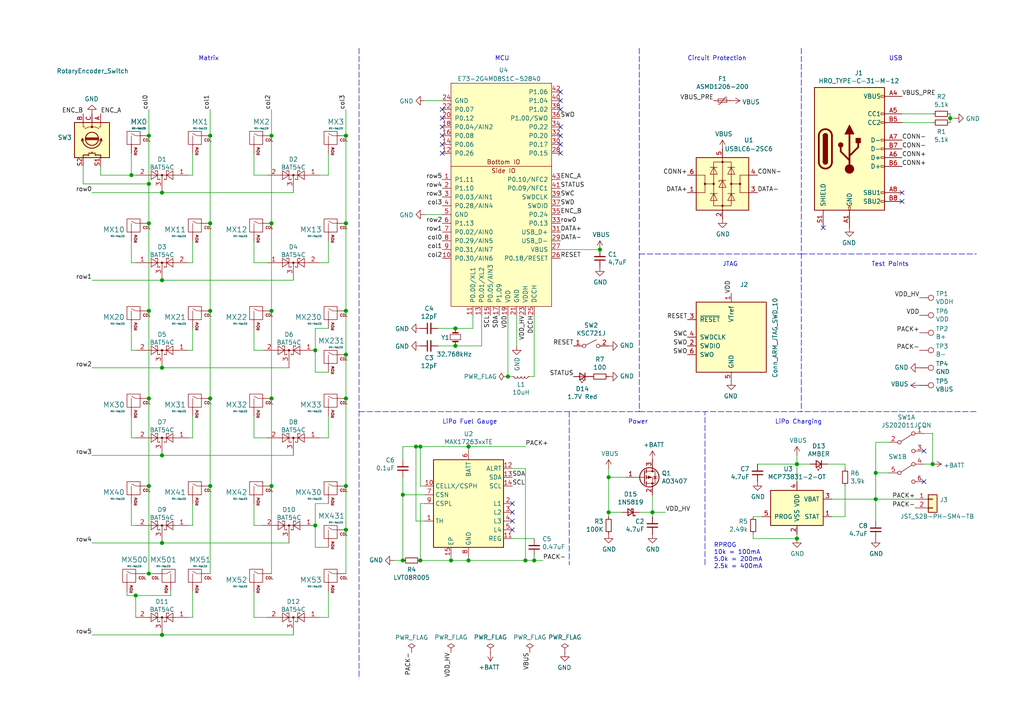
<source format=kicad_sch>
(kicad_sch (version 20210406) (generator eeschema)
  (paper "A4")
  (junction (at 38.1 50.8) (diameter 1.016))
  (junction (at 39.37 172.72) (diameter 1.016))
  (junction (at 43.18 39.37) (diameter 1.016))
  (junction (at 43.18 53.34) (diameter 1.016))
  (junction (at 43.18 64.77) (diameter 1.016))
  (junction (at 43.18 90.17) (diameter 1.016))
  (junction (at 43.18 115.57) (diameter 1.016))
  (junction (at 43.18 140.97) (diameter 1.016))
  (junction (at 43.18 166.37) (diameter 1.016))
  (junction (at 46.99 55.88) (diameter 1.016))
  (junction (at 46.99 81.28) (diameter 1.016))
  (junction (at 46.99 106.68) (diameter 1.016))
  (junction (at 46.99 132.08) (diameter 1.016))
  (junction (at 46.99 157.48) (diameter 1.016))
  (junction (at 46.99 184.15) (diameter 1.016))
  (junction (at 60.96 39.37) (diameter 1.016))
  (junction (at 60.96 64.77) (diameter 1.016))
  (junction (at 60.96 90.17) (diameter 1.016))
  (junction (at 60.96 115.57) (diameter 1.016))
  (junction (at 60.96 140.97) (diameter 1.016))
  (junction (at 78.74 39.37) (diameter 1.016))
  (junction (at 78.74 64.77) (diameter 1.016))
  (junction (at 78.74 90.17) (diameter 1.016))
  (junction (at 78.74 115.57) (diameter 1.016))
  (junction (at 78.74 140.97) (diameter 1.016))
  (junction (at 91.44 101.6) (diameter 1.016))
  (junction (at 91.44 152.4) (diameter 1.016))
  (junction (at 100.33 39.37) (diameter 1.016))
  (junction (at 100.33 64.77) (diameter 1.016))
  (junction (at 100.33 90.17) (diameter 1.016))
  (junction (at 100.33 102.87) (diameter 1.016))
  (junction (at 100.33 115.57) (diameter 1.016))
  (junction (at 100.33 140.97) (diameter 1.016))
  (junction (at 100.33 153.67) (diameter 1.016))
  (junction (at 116.84 143.51) (diameter 1.016))
  (junction (at 116.84 162.56) (diameter 1.016))
  (junction (at 120.65 129.54) (diameter 1.016))
  (junction (at 121.92 129.54) (diameter 1.016))
  (junction (at 121.92 162.56) (diameter 1.016))
  (junction (at 130.81 162.56) (diameter 1.016))
  (junction (at 132.08 95.25) (diameter 1.016))
  (junction (at 132.08 100.33) (diameter 1.016))
  (junction (at 135.89 129.54) (diameter 1.016))
  (junction (at 135.89 162.56) (diameter 1.016))
  (junction (at 147.32 109.22) (diameter 1.016))
  (junction (at 152.4 162.56) (diameter 1.016))
  (junction (at 154.94 162.56) (diameter 1.016))
  (junction (at 173.99 72.39) (diameter 1.016))
  (junction (at 176.53 138.43) (diameter 1.016))
  (junction (at 176.53 148.59) (diameter 1.016))
  (junction (at 189.23 148.59) (diameter 1.016))
  (junction (at 231.14 134.62) (diameter 1.016))
  (junction (at 231.14 156.21) (diameter 1.016))
  (junction (at 254 137.16) (diameter 1.016))
  (junction (at 254 144.78) (diameter 1.016))
  (junction (at 270.51 134.62) (diameter 1.016))
  (junction (at 275.59 34.29) (diameter 1.016))
  (no_connect (at 128.27 31.75))
  (no_connect (at 128.27 34.29))
  (no_connect (at 128.27 36.83))
  (no_connect (at 128.27 39.37))
  (no_connect (at 128.27 41.91))
  (no_connect (at 128.27 44.45))
  (no_connect (at 148.59 146.05))
  (no_connect (at 148.59 148.59))
  (no_connect (at 148.59 151.13))
  (no_connect (at 148.59 153.67))
  (no_connect (at 162.56 26.67))
  (no_connect (at 162.56 29.21))
  (no_connect (at 162.56 31.75))
  (no_connect (at 162.56 36.83))
  (no_connect (at 162.56 39.37))
  (no_connect (at 162.56 41.91))
  (no_connect (at 162.56 44.45))
  (no_connect (at 238.76 66.04))
  (no_connect (at 261.62 55.88))
  (no_connect (at 261.62 58.42))
  (no_connect (at 267.97 130.81))
  (no_connect (at 267.97 139.7))
  (wire (pts (xy 24.13 48.26) (xy 24.13 53.34)))
  (wire (pts (xy 24.13 53.34) (xy 43.18 53.34)))
  (wire (pts (xy 26.67 55.88) (xy 46.99 55.88)))
  (wire (pts (xy 26.67 81.28) (xy 46.99 81.28)))
  (wire (pts (xy 26.67 106.68) (xy 46.99 106.68)))
  (wire (pts (xy 26.67 132.08) (xy 46.99 132.08)))
  (wire (pts (xy 26.67 157.48) (xy 46.99 157.48)))
  (wire (pts (xy 26.67 184.15) (xy 46.99 184.15)))
  (wire (pts (xy 29.21 50.8) (xy 29.21 48.26)))
  (wire (pts (xy 29.21 50.8) (xy 38.1 50.8)))
  (wire (pts (xy 36.83 172.72) (xy 36.83 171.45)))
  (wire (pts (xy 38.1 44.45) (xy 38.1 50.8)))
  (wire (pts (xy 38.1 69.85) (xy 38.1 76.2)))
  (wire (pts (xy 38.1 95.25) (xy 38.1 101.6)))
  (wire (pts (xy 38.1 120.65) (xy 38.1 127)))
  (wire (pts (xy 38.1 127) (xy 39.37 127)))
  (wire (pts (xy 38.1 146.05) (xy 38.1 152.4)))
  (wire (pts (xy 39.37 50.8) (xy 38.1 50.8)))
  (wire (pts (xy 39.37 76.2) (xy 38.1 76.2)))
  (wire (pts (xy 39.37 101.6) (xy 38.1 101.6)))
  (wire (pts (xy 39.37 152.4) (xy 38.1 152.4)))
  (wire (pts (xy 39.37 172.72) (xy 36.83 172.72)))
  (wire (pts (xy 39.37 172.72) (xy 39.37 179.07)))
  (wire (pts (xy 41.91 166.37) (xy 43.18 166.37)))
  (wire (pts (xy 43.18 31.75) (xy 43.18 39.37)))
  (wire (pts (xy 43.18 39.37) (xy 43.18 53.34)))
  (wire (pts (xy 43.18 53.34) (xy 43.18 64.77)))
  (wire (pts (xy 43.18 64.77) (xy 43.18 90.17)))
  (wire (pts (xy 43.18 90.17) (xy 43.18 115.57)))
  (wire (pts (xy 43.18 115.57) (xy 43.18 140.97)))
  (wire (pts (xy 43.18 140.97) (xy 43.18 166.37)))
  (wire (pts (xy 43.18 166.37) (xy 44.45 166.37)))
  (wire (pts (xy 46.99 55.88) (xy 85.09 55.88)))
  (wire (pts (xy 46.99 81.28) (xy 85.09 81.28)))
  (wire (pts (xy 46.99 106.68) (xy 83.82 106.68)))
  (wire (pts (xy 46.99 132.08) (xy 85.09 132.08)))
  (wire (pts (xy 46.99 157.48) (xy 83.82 157.48)))
  (wire (pts (xy 46.99 184.15) (xy 85.09 184.15)))
  (wire (pts (xy 49.53 171.45) (xy 49.53 172.72)))
  (wire (pts (xy 49.53 172.72) (xy 39.37 172.72)))
  (wire (pts (xy 54.61 50.8) (xy 55.88 50.8)))
  (wire (pts (xy 54.61 76.2) (xy 55.88 76.2)))
  (wire (pts (xy 54.61 101.6) (xy 55.88 101.6)))
  (wire (pts (xy 54.61 127) (xy 55.88 127)))
  (wire (pts (xy 54.61 152.4) (xy 55.88 152.4)))
  (wire (pts (xy 54.61 179.07) (xy 55.88 179.07)))
  (wire (pts (xy 55.88 50.8) (xy 55.88 44.45)))
  (wire (pts (xy 55.88 69.85) (xy 55.88 76.2)))
  (wire (pts (xy 55.88 95.25) (xy 55.88 101.6)))
  (wire (pts (xy 55.88 120.65) (xy 55.88 127)))
  (wire (pts (xy 55.88 146.05) (xy 55.88 152.4)))
  (wire (pts (xy 55.88 171.45) (xy 55.88 179.07)))
  (wire (pts (xy 60.96 31.75) (xy 60.96 39.37)))
  (wire (pts (xy 60.96 39.37) (xy 60.96 64.77)))
  (wire (pts (xy 60.96 64.77) (xy 60.96 90.17)))
  (wire (pts (xy 60.96 90.17) (xy 60.96 115.57)))
  (wire (pts (xy 60.96 115.57) (xy 60.96 140.97)))
  (wire (pts (xy 60.96 140.97) (xy 60.96 166.37)))
  (wire (pts (xy 73.66 44.45) (xy 73.66 50.8)))
  (wire (pts (xy 73.66 50.8) (xy 77.47 50.8)))
  (wire (pts (xy 73.66 69.85) (xy 73.66 76.2)))
  (wire (pts (xy 73.66 76.2) (xy 77.47 76.2)))
  (wire (pts (xy 73.66 95.25) (xy 73.66 101.6)))
  (wire (pts (xy 73.66 101.6) (xy 76.2 101.6)))
  (wire (pts (xy 73.66 120.65) (xy 73.66 127)))
  (wire (pts (xy 73.66 127) (xy 77.47 127)))
  (wire (pts (xy 73.66 146.05) (xy 73.66 152.4)))
  (wire (pts (xy 73.66 152.4) (xy 76.2 152.4)))
  (wire (pts (xy 73.66 171.45) (xy 73.66 179.07)))
  (wire (pts (xy 73.66 179.07) (xy 77.47 179.07)))
  (wire (pts (xy 78.74 31.75) (xy 78.74 39.37)))
  (wire (pts (xy 78.74 39.37) (xy 78.74 64.77)))
  (wire (pts (xy 78.74 64.77) (xy 78.74 90.17)))
  (wire (pts (xy 78.74 90.17) (xy 78.74 115.57)))
  (wire (pts (xy 78.74 115.57) (xy 78.74 140.97)))
  (wire (pts (xy 78.74 140.97) (xy 78.74 166.37)))
  (wire (pts (xy 91.44 95.25) (xy 91.44 101.6)))
  (wire (pts (xy 91.44 95.25) (xy 95.25 95.25)))
  (wire (pts (xy 91.44 101.6) (xy 91.44 107.95)))
  (wire (pts (xy 91.44 107.95) (xy 95.25 107.95)))
  (wire (pts (xy 91.44 146.05) (xy 91.44 152.4)))
  (wire (pts (xy 91.44 146.05) (xy 95.25 146.05)))
  (wire (pts (xy 91.44 152.4) (xy 91.44 158.75)))
  (wire (pts (xy 91.44 158.75) (xy 95.25 158.75)))
  (wire (pts (xy 92.71 50.8) (xy 95.25 50.8)))
  (wire (pts (xy 92.71 76.2) (xy 95.25 76.2)))
  (wire (pts (xy 92.71 127) (xy 95.25 127)))
  (wire (pts (xy 92.71 179.07) (xy 95.25 179.07)))
  (wire (pts (xy 95.25 44.45) (xy 95.25 50.8)))
  (wire (pts (xy 95.25 69.85) (xy 95.25 76.2)))
  (wire (pts (xy 95.25 120.65) (xy 95.25 127)))
  (wire (pts (xy 95.25 171.45) (xy 95.25 179.07)))
  (wire (pts (xy 100.33 31.75) (xy 100.33 39.37)))
  (wire (pts (xy 100.33 64.77) (xy 100.33 39.37)))
  (wire (pts (xy 100.33 90.17) (xy 100.33 64.77)))
  (wire (pts (xy 100.33 90.17) (xy 100.33 102.87)))
  (wire (pts (xy 100.33 102.87) (xy 100.33 115.57)))
  (wire (pts (xy 100.33 140.97) (xy 100.33 115.57)))
  (wire (pts (xy 100.33 140.97) (xy 100.33 153.67)))
  (wire (pts (xy 100.33 153.67) (xy 100.33 166.37)))
  (wire (pts (xy 114.3 162.56) (xy 116.84 162.56)))
  (wire (pts (xy 116.84 129.54) (xy 116.84 133.35)))
  (wire (pts (xy 116.84 129.54) (xy 120.65 129.54)))
  (wire (pts (xy 116.84 138.43) (xy 116.84 143.51)))
  (wire (pts (xy 116.84 143.51) (xy 116.84 162.56)))
  (wire (pts (xy 120.65 129.54) (xy 121.92 129.54)))
  (wire (pts (xy 120.65 151.13) (xy 120.65 129.54)))
  (wire (pts (xy 121.92 129.54) (xy 135.89 129.54)))
  (wire (pts (xy 121.92 140.97) (xy 121.92 129.54)))
  (wire (pts (xy 121.92 146.05) (xy 121.92 162.56)))
  (wire (pts (xy 121.92 162.56) (xy 130.81 162.56)))
  (wire (pts (xy 123.19 29.21) (xy 128.27 29.21)))
  (wire (pts (xy 123.19 62.23) (xy 128.27 62.23)))
  (wire (pts (xy 123.19 140.97) (xy 121.92 140.97)))
  (wire (pts (xy 123.19 143.51) (xy 116.84 143.51)))
  (wire (pts (xy 123.19 146.05) (xy 121.92 146.05)))
  (wire (pts (xy 123.19 151.13) (xy 120.65 151.13)))
  (wire (pts (xy 127 95.25) (xy 132.08 95.25)))
  (wire (pts (xy 127 100.33) (xy 132.08 100.33)))
  (wire (pts (xy 130.81 161.29) (xy 130.81 162.56)))
  (wire (pts (xy 130.81 162.56) (xy 135.89 162.56)))
  (wire (pts (xy 132.08 100.33) (xy 139.7 100.33)))
  (wire (pts (xy 135.89 129.54) (xy 152.4 129.54)))
  (wire (pts (xy 135.89 130.81) (xy 135.89 129.54)))
  (wire (pts (xy 135.89 162.56) (xy 135.89 161.29)))
  (wire (pts (xy 135.89 162.56) (xy 152.4 162.56)))
  (wire (pts (xy 137.16 91.44) (xy 137.16 95.25)))
  (wire (pts (xy 137.16 95.25) (xy 132.08 95.25)))
  (wire (pts (xy 139.7 100.33) (xy 139.7 91.44)))
  (wire (pts (xy 147.32 91.44) (xy 147.32 109.22)))
  (wire (pts (xy 147.32 109.22) (xy 148.59 109.22)))
  (wire (pts (xy 148.59 135.89) (xy 152.4 135.89)))
  (wire (pts (xy 148.59 156.21) (xy 154.94 156.21)))
  (wire (pts (xy 149.86 91.44) (xy 149.86 100.33)))
  (wire (pts (xy 152.4 135.89) (xy 152.4 162.56)))
  (wire (pts (xy 152.4 162.56) (xy 154.94 162.56)))
  (wire (pts (xy 154.94 91.44) (xy 154.94 109.22)))
  (wire (pts (xy 154.94 109.22) (xy 153.67 109.22)))
  (wire (pts (xy 154.94 161.29) (xy 154.94 162.56)))
  (wire (pts (xy 154.94 162.56) (xy 157.48 162.56)))
  (wire (pts (xy 162.56 72.39) (xy 173.99 72.39)))
  (wire (pts (xy 176.53 135.89) (xy 176.53 138.43)))
  (wire (pts (xy 176.53 138.43) (xy 181.61 138.43)))
  (wire (pts (xy 176.53 148.59) (xy 176.53 138.43)))
  (wire (pts (xy 176.53 149.86) (xy 176.53 148.59)))
  (wire (pts (xy 180.34 148.59) (xy 176.53 148.59)))
  (wire (pts (xy 185.42 148.59) (xy 189.23 148.59)))
  (wire (pts (xy 189.23 143.51) (xy 189.23 148.59)))
  (wire (pts (xy 189.23 148.59) (xy 193.04 148.59)))
  (wire (pts (xy 189.23 149.86) (xy 189.23 148.59)))
  (wire (pts (xy 218.44 149.86) (xy 220.98 149.86)))
  (wire (pts (xy 218.44 154.94) (xy 218.44 156.21)))
  (wire (pts (xy 218.44 156.21) (xy 231.14 156.21)))
  (wire (pts (xy 219.71 134.62) (xy 231.14 134.62)))
  (wire (pts (xy 231.14 132.08) (xy 231.14 134.62)))
  (wire (pts (xy 231.14 134.62) (xy 231.14 139.7)))
  (wire (pts (xy 231.14 154.94) (xy 231.14 156.21)))
  (wire (pts (xy 234.95 134.62) (xy 231.14 134.62)))
  (wire (pts (xy 240.03 134.62) (xy 245.11 134.62)))
  (wire (pts (xy 241.3 144.78) (xy 254 144.78)))
  (wire (pts (xy 241.3 149.86) (xy 245.11 149.86)))
  (wire (pts (xy 245.11 135.89) (xy 245.11 134.62)))
  (wire (pts (xy 245.11 140.97) (xy 245.11 149.86)))
  (wire (pts (xy 254 128.27) (xy 254 137.16)))
  (wire (pts (xy 254 137.16) (xy 254 144.78)))
  (wire (pts (xy 254 137.16) (xy 257.81 137.16)))
  (wire (pts (xy 254 144.78) (xy 265.43 144.78)))
  (wire (pts (xy 254 151.13) (xy 254 144.78)))
  (wire (pts (xy 257.81 128.27) (xy 254 128.27)))
  (wire (pts (xy 261.62 35.56) (xy 270.51 35.56)))
  (wire (pts (xy 270.51 33.02) (xy 261.62 33.02)))
  (wire (pts (xy 270.51 125.73) (xy 267.97 125.73)))
  (wire (pts (xy 270.51 125.73) (xy 270.51 134.62)))
  (wire (pts (xy 270.51 134.62) (xy 267.97 134.62)))
  (wire (pts (xy 275.59 33.02) (xy 275.59 34.29)))
  (wire (pts (xy 275.59 34.29) (xy 275.59 35.56)))
  (wire (pts (xy 276.86 34.29) (xy 275.59 34.29)))
  (polyline (pts (xy 104.14 13.97) (xy 104.14 196.85)) (stroke (width 0) (type dash)))
  (polyline (pts (xy 104.14 119.38) (xy 185.42 119.38)) (stroke (width 0) (type dash)))
  (polyline (pts (xy 165.1 119.38) (xy 165.1 163.83)) (stroke (width 0) (type dash)))
  (polyline (pts (xy 185.42 13.97) (xy 185.42 119.38)) (stroke (width 0) (type dash)))
  (polyline (pts (xy 185.42 73.66) (xy 232.41 73.66)) (stroke (width 0) (type dash)))
  (polyline (pts (xy 185.42 119.38) (xy 283.21 119.38)) (stroke (width 0) (type dash)))
  (polyline (pts (xy 204.47 163.83) (xy 204.47 119.38)) (stroke (width 0) (type dash)))
  (polyline (pts (xy 232.41 13.97) (xy 232.41 119.38)) (stroke (width 0) (type dash)))
  (polyline (pts (xy 232.41 73.66) (xy 283.21 73.66)) (stroke (width 0) (type dash)))
  (text "Matrix" (at 63.5 17.78 180) (effects (font (size 1.27 1.27)) (justify right bottom)))
  (text "LiPo Fuel Gauge" (at 128.27 123.19 0) (effects (font (size 1.27 1.27)) (justify left bottom)))
  (text "MCU" (at 143.51 17.78 0) (effects (font (size 1.27 1.27)) (justify left bottom)))
  (text "Power" (at 187.96 123.19 180) (effects (font (size 1.27 1.27)) (justify right bottom)))
  (text "Circuit Protection" (at 199.39 17.78 0) (effects (font (size 1.27 1.27)) (justify left bottom)))
  (text "RPROG\n10k = 100mA\n5.0k = 200mA\n2.5k = 400mA\n" (at 207.01 165.1 0) (effects (font (size 1.27 1.27)) (justify left bottom)))
  (text "JTAG" (at 209.55 77.47 0) (effects (font (size 1.27 1.27)) (justify left bottom)))
  (text "LiPo Charging" (at 224.79 123.19 0) (effects (font (size 1.27 1.27)) (justify left bottom)))
  (text "Test Points" (at 252.73 77.47 0) (effects (font (size 1.27 1.27)) (justify left bottom)))
  (text "USB" (at 257.81 17.78 0) (effects (font (size 1.27 1.27)) (justify left bottom)))
  (label "ENC_B" (at 24.13 33.02 180))
  (label "row0" (at 26.67 55.88 180))
  (label "row1" (at 26.67 81.28 180))
  (label "row2" (at 26.67 106.68 180))
  (label "row3" (at 26.67 132.08 180))
  (label "row4" (at 26.67 157.48 180))
  (label "row5" (at 26.67 184.15 180))
  (label "ENC_A" (at 29.21 33.02 0))
  (label "col0" (at 43.18 31.75 90))
  (label "col1" (at 60.96 31.75 90))
  (label "col2" (at 78.74 31.75 90))
  (label "col3" (at 100.33 31.75 90))
  (label "PACK-" (at 119.38 189.23 270))
  (label "row5" (at 128.27 52.07 180))
  (label "row4" (at 128.27 54.61 180))
  (label "row3" (at 128.27 57.15 180))
  (label "col3" (at 128.27 59.69 180))
  (label "row2" (at 128.27 64.77 180))
  (label "row1" (at 128.27 67.31 180))
  (label "col0" (at 128.27 69.85 180))
  (label "col1" (at 128.27 72.39 180))
  (label "col2" (at 128.27 74.93 180))
  (label "VDD_HV" (at 130.81 189.23 270))
  (label "SCL" (at 142.24 91.44 270))
  (label "SDA" (at 144.78 91.44 270))
  (label "VDD" (at 147.32 91.44 270))
  (label "SDA" (at 148.59 138.43 0))
  (label "SCL" (at 148.59 140.97 0))
  (label "VDD_HV" (at 152.4 91.44 270))
  (label "PACK+" (at 152.4 129.54 0))
  (label "VBUS" (at 153.67 189.23 270))
  (label "DCCH" (at 154.94 91.44 270))
  (label "PACK-" (at 157.48 162.56 0))
  (label "SWO" (at 162.56 34.29 0))
  (label "ENC_A" (at 162.56 52.07 0))
  (label "STATUS" (at 162.56 54.61 0))
  (label "SWC" (at 162.56 57.15 0))
  (label "SWD" (at 162.56 59.69 0))
  (label "ENC_B" (at 162.56 62.23 0))
  (label "row0" (at 162.56 64.77 0))
  (label "DATA+" (at 162.56 67.31 0))
  (label "DATA-" (at 162.56 69.85 0))
  (label "RESET" (at 162.56 74.93 0))
  (label "RESET" (at 166.37 100.33 180))
  (label "STATUS" (at 166.37 109.22 180))
  (label "VDD_HV" (at 193.04 148.59 0))
  (label "CONN+" (at 199.39 50.8 180))
  (label "DATA+" (at 199.39 55.88 180))
  (label "RESET" (at 199.39 92.71 180))
  (label "SWC" (at 199.39 97.79 180))
  (label "SWD" (at 199.39 100.33 180))
  (label "SWO" (at 199.39 102.87 180))
  (label "VBUS_PRE" (at 207.01 29.21 180))
  (label "VDD" (at 212.09 85.09 90))
  (label "CONN-" (at 219.71 50.8 0))
  (label "DATA-" (at 219.71 55.88 0))
  (label "VBUS_PRE" (at 261.62 27.94 0))
  (label "CONN-" (at 261.62 40.64 0))
  (label "CONN-" (at 261.62 43.18 0))
  (label "CONN+" (at 261.62 45.72 0))
  (label "CONN+" (at 261.62 48.26 0))
  (label "PACK+" (at 265.43 144.78 180))
  (label "PACK-" (at 265.43 147.32 180))
  (label "VDD_HV" (at 266.7 86.36 180))
  (label "VDD" (at 266.7 91.44 180))
  (label "PACK+" (at 266.7 96.52 180))
  (label "PACK-" (at 266.7 101.6 180))
  (symbol (lib_id "power:+BATT") (at 142.24 189.23 180) (unit 1)
    (property "Reference" "#PWR0124" (effects hide))
    (property "Value" "+BATT" (at 141.8717 193.5544 0))
  )
  (symbol (lib_id "power:VBUS") (at 173.99 72.39 0) (unit 1)
    (property "Reference" "#PWR0112" (effects hide))
    (property "Value" "VBUS" (at 174.3583 68.0656 0))
  )
  (symbol (lib_id "power:VBUS") (at 176.53 135.89 0) (unit 1)
    (property "Reference" "#PWR0118" (effects hide))
    (property "Value" "VBUS" (at 176.8983 131.5656 0))
  )
  (symbol (lib_id "power:+BATT") (at 189.23 133.35 0) (unit 1)
    (property "Reference" "#PWR0122" (effects hide))
    (property "Value" "+BATT" (at 189.5983 129.0256 0))
  )
  (symbol (lib_id "power:VBUS") (at 209.55 43.18 0) (unit 1)
    (property "Reference" "#PWR0120" (effects hide))
    (property "Value" "VBUS" (at 209.9183 38.8556 0))
  )
  (symbol (lib_id "power:VBUS") (at 212.09 29.21 270) (unit 1)
    (property "Reference" "#PWR0116" (effects hide))
    (property "Value" "VBUS" (at 215.2651 29.5783 90) (effects (justify left)))
  )
  (symbol (lib_id "power:VBUS") (at 231.14 132.08 0) (unit 1)
    (property "Reference" "#PWR0119" (effects hide))
    (property "Value" "VBUS" (at 231.5083 127.7556 0))
  )
  (symbol (lib_id "power:VBUS") (at 266.7 111.76 90) (unit 1)
    (property "Reference" "#PWR0125" (effects hide))
    (property "Value" "VBUS" (at 263.5249 111.3917 90) (effects (justify left)))
  )
  (symbol (lib_id "power:+BATT") (at 270.51 134.62 270) (unit 1)
    (property "Reference" "#PWR0121" (effects hide))
    (property "Value" "+BATT" (at 273.6851 134.9883 90) (effects (justify left)))
  )
  (symbol (lib_id "Device:L_Small") (at 151.13 109.22 270) (unit 1)
    (property "Reference" "L1" (at 151.13 111.5124 90))
    (property "Value" "10uH" (at 151.13 113.8111 90))
    (property "Footprint" "Inductor_SMD:L_0603_1608Metric_Pad1.05x0.95mm_HandSolder" (effects hide))
    (property "Specification" "Chip inductor, IDC, min = 80 mA, +/-20%" (effects hide))
  )
  (symbol (lib_id "power:PWR_FLAG") (at 119.38 189.23 0) (unit 1)
    (property "Reference" "#FLG0104" (effects hide))
    (property "Value" "PWR_FLAG" (at 119.38 184.9056 0))
  )
  (symbol (lib_id "power:PWR_FLAG") (at 130.81 189.23 0) (mirror y) (unit 1)
    (property "Reference" "#FLG01" (effects hide))
    (property "Value" "PWR_FLAG" (at 130.81 184.8358 0))
  )
  (symbol (lib_id "power:PWR_FLAG") (at 142.24 189.23 0) (mirror y) (unit 1)
    (property "Reference" "#FLG0102" (effects hide))
    (property "Value" "PWR_FLAG" (at 142.24 184.8358 0))
  )
  (symbol (lib_id "power:PWR_FLAG") (at 147.32 109.22 90) (unit 1)
    (property "Reference" "#FLG0103" (effects hide))
    (property "Value" "PWR_FLAG" (at 144.145 109.22 90) (effects (justify left)))
  )
  (symbol (lib_id "power:PWR_FLAG") (at 153.67 189.23 0) (mirror y) (unit 1)
    (property "Reference" "#FLG02" (effects hide))
    (property "Value" "PWR_FLAG" (at 153.67 184.8358 0))
  )
  (symbol (lib_id "power:PWR_FLAG") (at 163.83 189.23 0) (mirror y) (unit 1)
    (property "Reference" "#FLG0105" (effects hide))
    (property "Value" "PWR_FLAG" (at 163.83 184.8358 0))
  )
  (symbol (lib_id "Connector:TestPoint") (at 266.7 86.36 270) (unit 1)
    (property "Reference" "TP1" (at 271.3991 85.2106 90) (effects (justify left)))
    (property "Value" "VDDH" (at 271.399 87.509 90) (effects (justify left)))
    (property "Footprint" "TestPoint:TestPoint_Pad_D1.5mm" (effects hide))
  )
  (symbol (lib_id "Connector:TestPoint") (at 266.7 91.44 270) (unit 1)
    (property "Reference" "TP6" (at 271.3991 90.2906 90) (effects (justify left)))
    (property "Value" "VDD" (at 271.399 92.589 90) (effects (justify left)))
    (property "Footprint" "TestPoint:TestPoint_Pad_D1.5mm" (effects hide))
  )
  (symbol (lib_id "Connector:TestPoint") (at 266.7 96.52 270) (unit 1)
    (property "Reference" "TP2" (at 271.3991 95.3706 90) (effects (justify left)))
    (property "Value" "B+" (at 271.399 97.669 90) (effects (justify left)))
    (property "Footprint" "TestPoint:TestPoint_Pad_D1.5mm" (effects hide))
  )
  (symbol (lib_id "Connector:TestPoint") (at 266.7 101.6 270) (unit 1)
    (property "Reference" "TP3" (at 271.3991 100.4506 90) (effects (justify left)))
    (property "Value" "B-" (at 271.399 102.749 90) (effects (justify left)))
    (property "Footprint" "TestPoint:TestPoint_Pad_D1.5mm" (effects hide))
  )
  (symbol (lib_id "Connector:TestPoint") (at 266.7 106.68 270) (unit 1)
    (property "Reference" "TP4" (at 271.3991 105.5306 90) (effects (justify left)))
    (property "Value" "GND" (at 271.399 107.829 90) (effects (justify left)))
    (property "Footprint" "TestPoint:TestPoint_Pad_D1.5mm" (effects hide))
  )
  (symbol (lib_id "Connector:TestPoint") (at 266.7 111.76 270) (unit 1)
    (property "Reference" "TP5" (at 271.3991 110.6106 90) (effects (justify left)))
    (property "Value" "VBUS" (at 271.399 112.909 90) (effects (justify left)))
    (property "Footprint" "TestPoint:TestPoint_Pad_D1.5mm" (effects hide))
  )
  (symbol (lib_id "power:GND") (at 26.67 33.02 180) (unit 1)
    (property "Reference" "#PWR02" (effects hide))
    (property "Value" "GND" (at 26.5557 28.6956 0))
  )
  (symbol (lib_id "power:GND") (at 114.3 162.56 270) (mirror x) (unit 1)
    (property "Reference" "#PWR0115" (effects hide))
    (property "Value" "GND" (at 111.1249 162.4457 90) (effects (justify right)))
  )
  (symbol (lib_id "power:GND") (at 121.92 95.25 270) (unit 1)
    (property "Reference" "#PWR08" (effects hide))
    (property "Value" "GND" (at 118.6688 95.377 90) (effects (justify right)))
  )
  (symbol (lib_id "power:GND") (at 121.92 100.33 270) (unit 1)
    (property "Reference" "#PWR09" (effects hide))
    (property "Value" "GND" (at 118.6688 100.457 90) (effects (justify right)))
  )
  (symbol (lib_id "power:GND") (at 123.19 29.21 270) (unit 1)
    (property "Reference" "#PWR0102" (effects hide))
    (property "Value" "GND" (at 119.9388 29.337 90) (effects (justify right)))
  )
  (symbol (lib_id "power:GND") (at 123.19 62.23 270) (unit 1)
    (property "Reference" "#PWR0103" (effects hide))
    (property "Value" "GND" (at 119.9388 62.357 90) (effects (justify right)))
  )
  (symbol (lib_id "power:GND") (at 149.86 100.33 0) (unit 1)
    (property "Reference" "#PWR0101" (effects hide))
    (property "Value" "GND" (at 149.987 103.5812 90) (effects (justify right)))
  )
  (symbol (lib_id "power:GND") (at 163.83 189.23 0) (mirror y) (unit 1)
    (property "Reference" "#PWR0123" (effects hide))
    (property "Value" "GND" (at 163.703 193.6242 0))
  )
  (symbol (lib_id "power:GND") (at 173.99 77.47 0) (unit 1)
    (property "Reference" "#PWR0107" (effects hide))
    (property "Value" "GND" (at 174.117 81.8642 0))
  )
  (symbol (lib_id "power:GND") (at 176.53 100.33 90) (unit 1)
    (property "Reference" "#PWR010" (effects hide))
    (property "Value" "GND" (at 179.7812 100.203 90) (effects (justify right)))
  )
  (symbol (lib_id "power:GND") (at 176.53 109.22 90) (unit 1)
    (property "Reference" "#PWR0105" (effects hide))
    (property "Value" "GND" (at 179.7812 109.093 90) (effects (justify right)))
  )
  (symbol (lib_id "power:GND") (at 176.53 154.94 0) (unit 1)
    (property "Reference" "#PWR0111" (effects hide))
    (property "Value" "GND" (at 176.657 159.3342 0))
  )
  (symbol (lib_id "power:GND") (at 189.23 154.94 0) (unit 1)
    (property "Reference" "#PWR01" (effects hide))
    (property "Value" "GND" (at 189.357 159.3342 0))
  )
  (symbol (lib_id "power:GND") (at 209.55 63.5 0) (unit 1)
    (property "Reference" "#PWR0114" (effects hide))
    (property "Value" "GND" (at 209.677 67.8942 0))
  )
  (symbol (lib_id "power:GND") (at 212.09 110.49 0) (mirror y) (unit 1)
    (property "Reference" "#PWR0106" (effects hide))
    (property "Value" "GND" (at 211.963 114.8842 0))
  )
  (symbol (lib_id "power:GND") (at 219.71 139.7 0) (unit 1)
    (property "Reference" "#PWR0117" (effects hide))
    (property "Value" "GND" (at 219.837 144.0942 0))
  )
  (symbol (lib_id "power:GND") (at 231.14 156.21 0) (unit 1)
    (property "Reference" "#PWR0108" (effects hide))
    (property "Value" "GND" (at 231.267 160.6042 0))
  )
  (symbol (lib_id "power:GND") (at 246.38 66.04 0) (mirror y) (unit 1)
    (property "Reference" "#PWR0104" (effects hide))
    (property "Value" "GND" (at 246.253 70.4342 0))
  )
  (symbol (lib_id "power:GND") (at 254 156.21 0) (unit 1)
    (property "Reference" "#PWR0109" (effects hide))
    (property "Value" "GND" (at 254.127 160.6042 0))
  )
  (symbol (lib_id "power:GND") (at 266.7 106.68 270) (mirror x) (unit 1)
    (property "Reference" "#PWR0126" (effects hide))
    (property "Value" "GND" (at 263.525 106.5657 90) (effects (justify right)))
  )
  (symbol (lib_id "power:GND") (at 276.86 34.29 90) (mirror x) (unit 1)
    (property "Reference" "#PWR0113" (effects hide))
    (property "Value" "GND" (at 280.1112 34.417 90) (effects (justify right)))
  )
  (symbol (lib_id "Device:R_Small") (at 119.38 162.56 270) (unit 1)
    (property "Reference" "R4" (at 119.38 165.208 90))
    (property "Value" "LVT08R005" (at 119.38 167.5067 90))
    (property "Footprint" "numpad:LVT08Rxxx0xER" (effects hide))
    (property "Datasheet" "https://www.mouser.com/datasheet/2/303/res_lvt-1381818.pdf" (effects hide))
  )
  (symbol (lib_id "Device:R_Small") (at 173.99 109.22 270) (mirror x) (unit 1)
    (property "Reference" "R7" (at 173.99 104.242 90))
    (property "Value" "100" (at 173.99 106.553 90))
    (property "Footprint" "Resistor_SMD:R_0603_1608Metric_Pad0.98x0.95mm_HandSolder" (effects hide))
  )
  (symbol (lib_id "Device:R_Small") (at 176.53 152.4 0) (mirror y) (unit 1)
    (property "Reference" "R3" (at 175.0568 151.2316 0) (effects (justify left)))
    (property "Value" "100K" (at 175.0568 153.543 0) (effects (justify left)))
    (property "Footprint" "Resistor_SMD:R_0603_1608Metric_Pad0.98x0.95mm_HandSolder" (effects hide))
  )
  (symbol (lib_id "Device:R_Small") (at 218.44 152.4 0) (mirror y) (unit 1)
    (property "Reference" "R5" (at 216.9414 151.2316 0) (effects (justify left)))
    (property "Value" "2.49k" (at 216.941 153.543 0) (effects (justify left)))
    (property "Footprint" "Resistor_SMD:R_0603_1608Metric_Pad0.98x0.95mm_HandSolder" (effects hide))
  )
  (symbol (lib_id "Device:R_Small") (at 245.11 138.43 0) (mirror y) (unit 1)
    (property "Reference" "R6" (at 246.609 137.262 0) (effects (justify right)))
    (property "Value" "3.9k" (at 246.609 139.573 0) (effects (justify right)))
    (property "Footprint" "Resistor_SMD:R_0603_1608Metric_Pad0.98x0.95mm_HandSolder" (effects hide))
  )
  (symbol (lib_id "Device:R_Small") (at 273.05 33.02 270) (unit 1)
    (property "Reference" "R2" (at 273.05 28.042 90))
    (property "Value" "5.1k" (at 273.05 30.353 90))
    (property "Footprint" "Resistor_SMD:R_0603_1608Metric_Pad0.98x0.95mm_HandSolder" (effects hide))
  )
  (symbol (lib_id "Device:R_Small") (at 273.05 35.56 90) (unit 1)
    (property "Reference" "R1" (at 273.05 38.202 90))
    (property "Value" "5.1k" (at 273.05 40.513 90))
    (property "Footprint" "Resistor_SMD:R_0603_1608Metric_Pad0.98x0.95mm_HandSolder" (effects hide))
  )
  (symbol (lib_id "Device:Polyfuse_Small") (at 209.55 29.21 270) (unit 1)
    (property "Reference" "F1" (at 209.55 22.8408 90))
    (property "Value" "ASMD1206-200" (at 209.55 25.1395 90))
    (property "Footprint" "Fuse:Fuse_0805_2012Metric_Pad1.15x1.40mm_HandSolder" (effects hide))
  )
  (symbol (lib_id "Device:D_Schottky_Small") (at 182.88 148.59 180) (unit 1)
    (property "Reference" "D15" (at 182.88 143.332 0))
    (property "Value" "1N5819" (at 182.88 145.6436 0))
    (property "Footprint" "Diode_SMD:D_SOD-323_HandSoldering" (effects hide))
  )
  (symbol (lib_id "Device:LED_Small") (at 168.91 109.22 180) (unit 1)
    (property "Reference" "D14" (at 168.91 112.782 0))
    (property "Value" "1.7V Red" (at 168.91 115.0811 0))
    (property "Footprint" "LED_SMD:LED_0603_1608Metric" (effects hide))
  )
  (symbol (lib_id "Device:LED_Small") (at 237.49 134.62 180) (unit 1)
    (property "Reference" "D13" (at 237.49 129.362 0))
    (property "Value" "AMBER" (at 237.49 131.6736 0))
    (property "Footprint" "LED_SMD:LED_0603_1608Metric" (effects hide))
  )
  (symbol (lib_id "Device:Crystal_Small") (at 132.08 97.79 90) (unit 1)
    (property "Reference" "Y1" (at 127.8891 97.9106 90) (effects (justify right)))
    (property "Value" "32.768kHz" (at 126.6191 102.7493 90) (effects (justify right)))
    (property "Footprint" "Crystal:Crystal_SMD_3215-2Pin_3.2x1.5mm" (effects hide))
    (property "Specification" "Cl=9 pF, total tol: +/-50 ppm" (effects hide))
  )
  (symbol (lib_id "Device:C_Small") (at 116.84 135.89 0) (mirror x) (unit 1)
    (property "Reference" "C6" (at 114.5286 133.4516 0) (effects (justify right)))
    (property "Value" "0.1uF" (at 114.529 135.763 0) (effects (justify right)))
    (property "Footprint" "Capacitor_SMD:C_0603_1608Metric_Pad1.08x0.95mm_HandSolder" (effects hide))
  )
  (symbol (lib_id "Device:C_Small") (at 124.46 95.25 90) (mirror x) (unit 1)
    (property "Reference" "C4" (at 124.46 89.4777 90))
    (property "Value" "12pF" (at 124.46 91.7764 90))
    (property "Footprint" "Capacitor_SMD:C_0603_1608Metric_Pad1.08x0.95mm_HandSolder" (effects hide))
  )
  (symbol (lib_id "Device:C_Small") (at 124.46 100.33 90) (mirror x) (unit 1)
    (property "Reference" "C3" (at 124.46 103.803 90))
    (property "Value" "12pF" (at 124.46 106.1022 90))
    (property "Footprint" "Capacitor_SMD:C_0603_1608Metric_Pad1.08x0.95mm_HandSolder" (effects hide))
  )
  (symbol (lib_id "Device:C_Small") (at 154.94 158.75 180) (unit 1)
    (property "Reference" "C5" (at 157.251 156.312 0) (effects (justify right)))
    (property "Value" "0.47uF" (at 157.251 158.623 0) (effects (justify right)))
    (property "Footprint" "Capacitor_SMD:C_0603_1608Metric_Pad1.08x0.95mm_HandSolder" (effects hide))
  )
  (symbol (lib_id "Device:C_Small") (at 173.99 74.93 0) (mirror x) (unit 1)
    (property "Reference" "C1" (at 176.314 73.781 0) (effects (justify left)))
    (property "Value" "4.7uF" (at 176.3142 76.0793 0) (effects (justify left)))
    (property "Footprint" "Capacitor_SMD:C_0603_1608Metric_Pad1.08x0.95mm_HandSolder" (effects hide))
  )
  (symbol (lib_id "Device:C_Small") (at 189.23 152.4 0) (mirror x) (unit 1)
    (property "Reference" "C2" (at 186.919 151.232 0) (effects (justify right)))
    (property "Value" "4.7uF" (at 186.9186 153.543 0) (effects (justify right)))
    (property "Footprint" "Capacitor_SMD:C_0603_1608Metric_Pad1.08x0.95mm_HandSolder" (effects hide))
  )
  (symbol (lib_id "Device:C_Small") (at 219.71 137.16 0) (mirror x) (unit 1)
    (property "Reference" "C7" (at 217.386 136.011 0) (effects (justify right)))
    (property "Value" "4.7uF" (at 217.3858 138.3093 0) (effects (justify right)))
    (property "Footprint" "Capacitor_SMD:C_0603_1608Metric_Pad1.08x0.95mm_HandSolder" (effects hide))
  )
  (symbol (lib_id "Device:C_Small") (at 254 153.67 0) (mirror x) (unit 1)
    (property "Reference" "C8" (at 251.689 152.502 0) (effects (justify right)))
    (property "Value" "4.7uF" (at 251.6886 154.813 0) (effects (justify right)))
    (property "Footprint" "Capacitor_SMD:C_0603_1608Metric_Pad1.08x0.95mm_HandSolder" (effects hide))
  )
  (symbol (lib_id "Switch:SW_SPST") (at 171.45 100.33 0) (unit 1)
    (property "Reference" "SW2" (at 171.45 94.361 0))
    (property "Value" "KSC721J" (at 171.45 96.672 0))
    (property "Footprint" "numpad:SW_Push_1P1T_NO_CK_KSC7xxJ" (effects hide))
  )
  (symbol (lib_id "Connector_Generic:Conn_01x02") (at 270.51 144.78 0) (unit 1)
    (property "Reference" "J3" (at 272.5421 144.9514 0) (effects (justify left)))
    (property "Value" "JST_S2B-PH-SM4-TB" (at 261.1121 149.7901 0) (effects (justify left)))
    (property "Footprint" "numpad:JST_PH_S2B-PH-SM4-TB_1x02-1MP_P2.00mm_Horizontal" (effects hide))
  )
  (symbol (lib_id "MX_Alps_Hybrid:MX-NoLED") (at 38.1 167.64 0) (unit 1)
    (property "Reference" "MX500" (at 38.9855 162.3501 0) (effects (font (size 1.524 1.524))))
    (property "Value" "MX-NoLED" (at 38.9855 164.2398 0) (effects (font (size 0.508 0.508))))
    (property "Footprint" "numpad:MXOnly-1U-2U-Left" (effects hide))
  )
  (symbol (lib_id "MX_Alps_Hybrid:MX-NoLED") (at 39.37 40.64 0) (unit 1)
    (property "Reference" "MX0" (at 40.2555 35.3501 0) (effects (font (size 1.524 1.524))))
    (property "Value" "MX-NoLED" (at 40.2555 37.2398 0) (effects (font (size 0.508 0.508))))
    (property "Footprint" "MX_Only:MXOnly-1U-NoLED" (effects hide))
  )
  (symbol (lib_id "MX_Alps_Hybrid:MX-NoLED") (at 39.37 66.04 0) (unit 1)
    (property "Reference" "MX10" (at 36.1949 66.6051 0) (effects (font (size 1.524 1.524)) (justify right)))
    (property "Value" "MX-NoLED" (at 36.1949 68.4948 0) (effects (font (size 0.508 0.508)) (justify right)))
    (property "Footprint" "MX_Only:MXOnly-1U-NoLED" (effects hide))
  )
  (symbol (lib_id "MX_Alps_Hybrid:MX-NoLED") (at 39.37 91.44 0) (unit 1)
    (property "Reference" "MX20" (at 36.1949 92.0051 0) (effects (font (size 1.524 1.524)) (justify right)))
    (property "Value" "MX-NoLED" (at 36.1949 93.8948 0) (effects (font (size 0.508 0.508)) (justify right)))
    (property "Footprint" "MX_Only:MXOnly-1U-NoLED" (effects hide))
  )
  (symbol (lib_id "MX_Alps_Hybrid:MX-NoLED") (at 39.37 116.84 0) (unit 1)
    (property "Reference" "MX30" (at 36.1949 117.4051 0) (effects (font (size 1.524 1.524)) (justify right)))
    (property "Value" "MX-NoLED" (at 36.1949 119.2948 0) (effects (font (size 0.508 0.508)) (justify right)))
    (property "Footprint" "MX_Only:MXOnly-1U-NoLED" (effects hide))
  )
  (symbol (lib_id "MX_Alps_Hybrid:MX-NoLED") (at 39.37 142.24 0) (unit 1)
    (property "Reference" "MX40" (at 36.1949 142.8051 0) (effects (font (size 1.524 1.524)) (justify right)))
    (property "Value" "MX-NoLED" (at 36.1949 144.6948 0) (effects (font (size 0.508 0.508)) (justify right)))
    (property "Footprint" "MX_Only:MXOnly-1U-NoLED" (effects hide))
  )
  (symbol (lib_id "MX_Alps_Hybrid:MX-NoLED") (at 48.26 167.64 0) (mirror y) (unit 1)
    (property "Reference" "MX501" (at 47.3744 162.3501 0) (effects (font (size 1.524 1.524))))
    (property "Value" "MX-NoLED" (at 47.3744 164.2398 0) (effects (font (size 0.508 0.508))))
    (property "Footprint" "numpad:MXOnly-1U-2U-Center-ReversedStabilizers" (effects hide))
  )
  (symbol (lib_id "MX_Alps_Hybrid:MX-NoLED") (at 57.15 40.64 0) (unit 1)
    (property "Reference" "MX1" (at 58.0355 35.3501 0) (effects (font (size 1.524 1.524))))
    (property "Value" "MX-NoLED" (at 58.0355 37.2398 0) (effects (font (size 0.508 0.508))))
    (property "Footprint" "MX_Only:MXOnly-1U-NoLED" (effects hide))
  )
  (symbol (lib_id "MX_Alps_Hybrid:MX-NoLED") (at 57.15 66.04 0) (unit 1)
    (property "Reference" "MX11" (at 53.9749 66.6051 0) (effects (font (size 1.524 1.524)) (justify right)))
    (property "Value" "MX-NoLED" (at 53.9749 68.4948 0) (effects (font (size 0.508 0.508)) (justify right)))
    (property "Footprint" "MX_Only:MXOnly-1U-NoLED" (effects hide))
  )
  (symbol (lib_id "MX_Alps_Hybrid:MX-NoLED") (at 57.15 91.44 0) (unit 1)
    (property "Reference" "MX21" (at 53.9749 92.0051 0) (effects (font (size 1.524 1.524)) (justify right)))
    (property "Value" "MX-NoLED" (at 53.9749 93.8948 0) (effects (font (size 0.508 0.508)) (justify right)))
    (property "Footprint" "MX_Only:MXOnly-1U-NoLED" (effects hide))
  )
  (symbol (lib_id "MX_Alps_Hybrid:MX-NoLED") (at 57.15 116.84 0) (unit 1)
    (property "Reference" "MX31" (at 53.9749 117.4051 0) (effects (font (size 1.524 1.524)) (justify right)))
    (property "Value" "MX-NoLED" (at 53.9749 119.2948 0) (effects (font (size 0.508 0.508)) (justify right)))
    (property "Footprint" "MX_Only:MXOnly-1U-NoLED" (effects hide))
  )
  (symbol (lib_id "MX_Alps_Hybrid:MX-NoLED") (at 57.15 142.24 0) (unit 1)
    (property "Reference" "MX41" (at 53.9749 142.8051 0) (effects (font (size 1.524 1.524)) (justify right)))
    (property "Value" "MX-NoLED" (at 53.9749 144.6948 0) (effects (font (size 0.508 0.508)) (justify right)))
    (property "Footprint" "MX_Only:MXOnly-1U-NoLED" (effects hide))
  )
  (symbol (lib_id "MX_Alps_Hybrid:MX-NoLED") (at 57.15 167.64 0) (unit 1)
    (property "Reference" "MX51" (at 58.0355 162.3501 0) (effects (font (size 1.524 1.524))))
    (property "Value" "MX-NoLED" (at 58.0355 164.2398 0) (effects (font (size 0.508 0.508))))
    (property "Footprint" "numpad:MXOnly-1U-2U-Right" (effects hide))
  )
  (symbol (lib_id "MX_Alps_Hybrid:MX-NoLED") (at 74.93 40.64 0) (unit 1)
    (property "Reference" "MX2" (at 75.8155 35.3501 0) (effects (font (size 1.524 1.524))))
    (property "Value" "MX-NoLED" (at 75.8155 37.2398 0) (effects (font (size 0.508 0.508))))
    (property "Footprint" "MX_Only:MXOnly-1U-NoLED" (effects hide))
  )
  (symbol (lib_id "MX_Alps_Hybrid:MX-NoLED") (at 74.93 66.04 0) (unit 1)
    (property "Reference" "MX12" (at 71.7549 66.6051 0) (effects (font (size 1.524 1.524)) (justify right)))
    (property "Value" "MX-NoLED" (at 71.7549 68.4948 0) (effects (font (size 0.508 0.508)) (justify right)))
    (property "Footprint" "MX_Only:MXOnly-1U-NoLED" (effects hide))
  )
  (symbol (lib_id "MX_Alps_Hybrid:MX-NoLED") (at 74.93 91.44 0) (unit 1)
    (property "Reference" "MX22" (at 71.7549 92.0051 0) (effects (font (size 1.524 1.524)) (justify right)))
    (property "Value" "MX-NoLED" (at 71.7549 93.8948 0) (effects (font (size 0.508 0.508)) (justify right)))
    (property "Footprint" "MX_Only:MXOnly-1U-NoLED" (effects hide))
  )
  (symbol (lib_id "MX_Alps_Hybrid:MX-NoLED") (at 74.93 116.84 0) (unit 1)
    (property "Reference" "MX32" (at 71.7549 117.4051 0) (effects (font (size 1.524 1.524)) (justify right)))
    (property "Value" "MX-NoLED" (at 71.7549 119.2948 0) (effects (font (size 0.508 0.508)) (justify right)))
    (property "Footprint" "MX_Only:MXOnly-1U-NoLED" (effects hide))
  )
  (symbol (lib_id "MX_Alps_Hybrid:MX-NoLED") (at 74.93 142.24 0) (unit 1)
    (property "Reference" "MX42" (at 71.7549 142.8051 0) (effects (font (size 1.524 1.524)) (justify right)))
    (property "Value" "MX-NoLED" (at 71.7549 144.6948 0) (effects (font (size 0.508 0.508)) (justify right)))
    (property "Footprint" "MX_Only:MXOnly-1U-NoLED" (effects hide))
  )
  (symbol (lib_id "MX_Alps_Hybrid:MX-NoLED") (at 74.93 167.64 0) (unit 1)
    (property "Reference" "MX52" (at 71.7549 168.2051 0) (effects (font (size 1.524 1.524)) (justify right)))
    (property "Value" "MX-NoLED" (at 71.7549 170.0948 0) (effects (font (size 0.508 0.508)) (justify right)))
    (property "Footprint" "MX_Only:MXOnly-1U-NoLED" (effects hide))
  )
  (symbol (lib_id "MX_Alps_Hybrid:MX-NoLED") (at 96.52 40.64 0) (unit 1)
    (property "Reference" "MX3" (at 97.4055 35.3501 0) (effects (font (size 1.524 1.524))))
    (property "Value" "MX-NoLED" (at 97.4055 37.2398 0) (effects (font (size 0.508 0.508))))
    (property "Footprint" "MX_Only:MXOnly-1U-NoLED" (effects hide))
  )
  (symbol (lib_id "MX_Alps_Hybrid:MX-NoLED") (at 96.52 66.04 0) (unit 1)
    (property "Reference" "MX13" (at 93.3449 66.6051 0) (effects (font (size 1.524 1.524)) (justify right)))
    (property "Value" "MX-NoLED" (at 93.3449 68.4948 0) (effects (font (size 0.508 0.508)) (justify right)))
    (property "Footprint" "MX_Only:MXOnly-1U-NoLED" (effects hide))
  )
  (symbol (lib_id "MX_Alps_Hybrid:MX-NoLED") (at 96.52 91.44 0) (unit 1)
    (property "Reference" "MX230" (at 93.3449 92.0051 0) (effects (font (size 1.524 1.524)) (justify right)))
    (property "Value" "MX-NoLED" (at 93.3449 93.8948 0) (effects (font (size 0.508 0.508)) (justify right)))
    (property "Footprint" "MX_Only:MXOnly-1U-NoLED" (effects hide))
  )
  (symbol (lib_id "MX_Alps_Hybrid:MX-NoLED") (at 96.52 104.14 0) (unit 1)
    (property "Reference" "MX231" (at 96.1355 98.8501 0) (effects (font (size 1.524 1.524))))
    (property "Value" "MX-NoLED" (at 97.4055 100.7398 0) (effects (font (size 0.508 0.508))))
    (property "Footprint" "MX_Only:MXOnly-2U-ReversedStabilizers-NoLED" (effects hide))
  )
  (symbol (lib_id "MX_Alps_Hybrid:MX-NoLED") (at 96.52 116.84 0) (unit 1)
    (property "Reference" "MX33" (at 93.3449 117.4051 0) (effects (font (size 1.524 1.524)) (justify right)))
    (property "Value" "MX-NoLED" (at 93.3449 119.2948 0) (effects (font (size 0.508 0.508)) (justify right)))
    (property "Footprint" "MX_Only:MXOnly-1U-NoLED" (effects hide))
  )
  (symbol (lib_id "MX_Alps_Hybrid:MX-NoLED") (at 96.52 142.24 0) (unit 1)
    (property "Reference" "MX430" (at 93.3449 142.8051 0) (effects (font (size 1.524 1.524)) (justify right)))
    (property "Value" "MX-NoLED" (at 93.3449 144.6948 0) (effects (font (size 0.508 0.508)) (justify right)))
    (property "Footprint" "MX_Only:MXOnly-1U-NoLED" (effects hide))
  )
  (symbol (lib_id "MX_Alps_Hybrid:MX-NoLED") (at 96.52 154.94 0) (unit 1)
    (property "Reference" "MX431" (at 96.1355 149.6501 0) (effects (font (size 1.524 1.524))))
    (property "Value" "MX-NoLED" (at 97.4055 151.5398 0) (effects (font (size 0.508 0.508))))
    (property "Footprint" "MX_Only:MXOnly-2U-ReversedStabilizers-NoLED" (effects hide))
  )
  (symbol (lib_id "MX_Alps_Hybrid:MX-NoLED") (at 96.52 167.64 0) (unit 1)
    (property "Reference" "MX53" (at 93.3449 168.2051 0) (effects (font (size 1.524 1.524)) (justify right)))
    (property "Value" "MX-NoLED" (at 93.3449 170.0948 0) (effects (font (size 0.508 0.508)) (justify right)))
    (property "Footprint" "MX_Only:MXOnly-1U-NoLED" (effects hide))
  )
  (symbol (lib_id "Switch:SW_DPDT_x2") (at 262.89 128.27 0) (unit 1)
    (property "Reference" "SW1" (at 262.89 121.031 0))
    (property "Value" "JS202011JCQN" (at 262.89 123.3424 0))
    (property "Footprint" "numpad:SW_DPDT_CK_JS202011JCQN" (effects hide))
  )
  (symbol (lib_id "Switch:SW_DPDT_x2") (at 262.89 137.16 0) (unit 2)
    (property "Reference" "SW1" (at 260.35 132.461 0))
    (property "Value" "JS202011JCQN" (effects hide))
    (property "Footprint" "numpad:SW_DPDT_CK_JS202011JCQN" (effects hide))
  )
  (symbol (lib_id "Diode:BAT54C") (at 46.99 50.8 0) (mirror y) (unit 1)
    (property "Reference" "D1" (at 46.99 46.2238 0))
    (property "Value" "BAT54C" (at 46.99 48.5225 0))
    (property "Footprint" "Package_TO_SOT_SMD:SOT-23" (effects hide))
    (property "Datasheet" "http://www.diodes.com/_files/datasheets/ds11005.pdf" (effects hide))
  )
  (symbol (lib_id "Diode:BAT54C") (at 46.99 76.2 0) (unit 1)
    (property "Reference" "D3" (at 46.99 71.6238 0))
    (property "Value" "BAT54C" (at 46.99 73.9225 0))
    (property "Footprint" "Package_TO_SOT_SMD:SOT-23" (effects hide))
    (property "Datasheet" "http://www.diodes.com/_files/datasheets/ds11005.pdf" (effects hide))
  )
  (symbol (lib_id "Diode:BAT54C") (at 46.99 101.6 0) (mirror y) (unit 1)
    (property "Reference" "D5" (at 46.99 97.0238 0))
    (property "Value" "BAT54C" (at 46.99 99.3225 0))
    (property "Footprint" "Package_TO_SOT_SMD:SOT-23" (effects hide))
    (property "Datasheet" "http://www.diodes.com/_files/datasheets/ds11005.pdf" (effects hide))
  )
  (symbol (lib_id "Diode:BAT54C") (at 46.99 127 0) (mirror y) (unit 1)
    (property "Reference" "D7" (at 46.99 122.4238 0))
    (property "Value" "BAT54C" (at 46.99 124.7225 0))
    (property "Footprint" "Package_TO_SOT_SMD:SOT-23" (effects hide))
    (property "Datasheet" "http://www.diodes.com/_files/datasheets/ds11005.pdf" (effects hide))
  )
  (symbol (lib_id "Diode:BAT54C") (at 46.99 152.4 0) (mirror y) (unit 1)
    (property "Reference" "D9" (at 46.99 147.8238 0))
    (property "Value" "BAT54C" (at 46.99 150.1225 0))
    (property "Footprint" "Package_TO_SOT_SMD:SOT-23" (effects hide))
    (property "Datasheet" "http://www.diodes.com/_files/datasheets/ds11005.pdf" (effects hide))
  )
  (symbol (lib_id "Diode:BAT54C") (at 46.99 179.07 0) (mirror y) (unit 1)
    (property "Reference" "D11" (at 46.99 174.4938 0))
    (property "Value" "BAT54C" (at 46.99 176.7925 0))
    (property "Footprint" "Package_TO_SOT_SMD:SOT-23" (effects hide))
    (property "Datasheet" "http://www.diodes.com/_files/datasheets/ds11005.pdf" (effects hide))
  )
  (symbol (lib_id "Diode:BAT54C") (at 83.82 101.6 0) (mirror y) (unit 1)
    (property "Reference" "D6" (at 83.82 97.0238 0))
    (property "Value" "BAT54C" (at 83.82 99.3225 0))
    (property "Footprint" "Package_TO_SOT_SMD:SOT-23" (effects hide))
    (property "Datasheet" "http://www.diodes.com/_files/datasheets/ds11005.pdf" (effects hide))
  )
  (symbol (lib_id "Diode:BAT54C") (at 83.82 152.4 0) (mirror y) (unit 1)
    (property "Reference" "D10" (at 83.82 147.8238 0))
    (property "Value" "BAT54C" (at 83.82 150.1225 0))
    (property "Footprint" "Package_TO_SOT_SMD:SOT-23" (effects hide))
    (property "Datasheet" "http://www.diodes.com/_files/datasheets/ds11005.pdf" (effects hide))
  )
  (symbol (lib_id "Diode:BAT54C") (at 85.09 50.8 0) (mirror y) (unit 1)
    (property "Reference" "D2" (at 85.09 46.2238 0))
    (property "Value" "BAT54C" (at 85.09 48.5225 0))
    (property "Footprint" "Package_TO_SOT_SMD:SOT-23" (effects hide))
    (property "Datasheet" "http://www.diodes.com/_files/datasheets/ds11005.pdf" (effects hide))
  )
  (symbol (lib_id "Diode:BAT54C") (at 85.09 76.2 0) (unit 1)
    (property "Reference" "D4" (at 85.09 71.6238 0))
    (property "Value" "BAT54C" (at 85.09 73.9225 0))
    (property "Footprint" "Package_TO_SOT_SMD:SOT-23" (effects hide))
    (property "Datasheet" "http://www.diodes.com/_files/datasheets/ds11005.pdf" (effects hide))
  )
  (symbol (lib_id "Diode:BAT54C") (at 85.09 127 0) (mirror y) (unit 1)
    (property "Reference" "D8" (at 85.09 122.4238 0))
    (property "Value" "BAT54C" (at 85.09 124.7225 0))
    (property "Footprint" "Package_TO_SOT_SMD:SOT-23" (effects hide))
    (property "Datasheet" "http://www.diodes.com/_files/datasheets/ds11005.pdf" (effects hide))
  )
  (symbol (lib_id "Diode:BAT54C") (at 85.09 179.07 0) (mirror y) (unit 1)
    (property "Reference" "D12" (at 85.09 174.4938 0))
    (property "Value" "BAT54C" (at 85.09 176.7925 0))
    (property "Footprint" "Package_TO_SOT_SMD:SOT-23" (effects hide))
    (property "Datasheet" "http://www.diodes.com/_files/datasheets/ds11005.pdf" (effects hide))
  )
  (symbol (lib_id "Device:Q_PMOS_GSD") (at 186.69 138.43 0) (unit 1)
    (property "Reference" "Q1" (at 191.897 137.2616 0) (effects (justify left)))
    (property "Value" "AO3407" (at 191.897 139.573 0) (effects (justify left)))
    (property "Footprint" "Package_TO_SOT_SMD:SOT-23" (effects hide))
  )
  (symbol (lib_id "Device:RotaryEncoder_Switch") (at 26.67 40.64 270) (unit 1)
    (property "Reference" "SW3" (at 20.828 39.8791 90) (effects (justify right)))
    (property "Value" "RotaryEncoder_Switch" (at 37.338 20.5878 90) (effects (justify right)))
    (property "Footprint" "numpad:RotaryEncoder_Alps_EC11E-Switch_Vertical_H20mm" (effects hide))
  )
  (symbol (lib_id "Battery_Management:MCP73831-2-OT") (at 231.14 147.32 0) (unit 1)
    (property "Reference" "U3" (at 228.6 136.0128 0))
    (property "Value" "MCP73831-2-OT" (at 231.14 138.3115 0))
    (property "Footprint" "Package_TO_SOT_SMD:SOT-23-5" (effects hide))
    (property "Datasheet" "http://ww1.microchip.com/downloads/en/DeviceDoc/20001984g.pdf" (effects hide))
  )
  (symbol (lib_id "Power_Protection:USBLC6-2SC6") (at 209.55 53.34 0) (unit 1)
    (property "Reference" "U1" (at 217.17 40.64 0))
    (property "Value" "USBLC6-2SC6" (at 217.17 43.18 0))
    (property "Footprint" "Package_TO_SOT_SMD:SOT-23-6" (effects hide))
    (property "Datasheet" "https://www.st.com/resource/en/datasheet/usblc6-2.pdf" (effects hide))
  )
  (symbol (lib_id "numpad:Conn_ARM_JTAG_SWD_6") (at 212.09 97.79 0) (mirror y) (unit 1)
    (property "Reference" "J2" (at 214.63 82.55 0) (effects (justify right)))
    (property "Value" "Conn_ARM_JTAG_SWD_10" (at 224.79 86.36 90) (effects (justify right)))
    (property "Footprint" "Connector:Tag-Connect_TC2030-IDC-NL_2x03_P1.27mm_Vertical" (effects hide))
    (property "Datasheet" "https://www.segger.com/products/debug-probes/j-link/accessories/adapters/6-pin-needle-adapter/" (effects hide))
  )
  (symbol (lib_id "Battery_Management:MAX17263xxTE") (at 135.89 146.05 0) (unit 1)
    (property "Reference" "U2" (at 135.89 125.8528 0))
    (property "Value" "MAX17263xxTE" (at 135.89 128.1515 0))
    (property "Footprint" "Package_DFN_QFN:DFN-14-1EP_3x3mm_P0.4mm_EP1.78x2.35mm" (effects hide))
    (property "Datasheet" "https://datasheets.maximintegrated.com/en/ds/MAX17263.pdf" (effects hide))
  )
  (symbol (lib_id "Connector:USB_C_Receptacle_USB2.0") (at 246.38 43.18 0) (unit 1)
    (property "Reference" "J1" (at 249.0978 21.1582 0))
    (property "Value" "HRO_TYPE-C-31-M-12" (at 249.0978 23.4696 0))
    (property "Footprint" "numpad:USB_C_Receptacle_HRO_TYPE-C-31-M-12" (effects hide))
    (property "Datasheet" "https://www.usb.org/sites/default/files/documents/usb_type-c.zip" (effects hide))
  )
  (symbol (lib_id "numpad:E73-2G4M08S1C-52840") (at 146.05 58.42 0) (unit 1)
    (property "Reference" "U4" (at 146.05 20.32 0))
    (property "Value" "E73-2G4M08S1C-52840" (at 144.78 22.86 0))
    (property "Footprint" "numpad:E73-2G4M08S1C-52840" (effects hide))
  )
)
</source>
